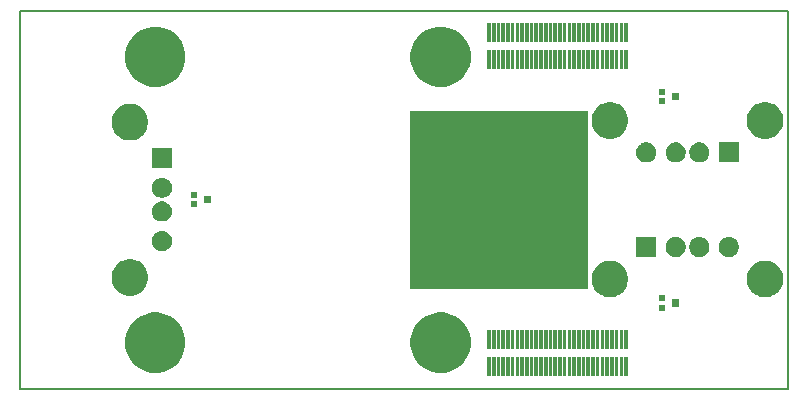
<source format=gbs>
G04 #@! TF.GenerationSoftware,KiCad,Pcbnew,(5.1.5-0-10_14)*
G04 #@! TF.CreationDate,2020-04-12T13:45:19-07:00*
G04 #@! TF.ProjectId,kimchi_usb_ulid,6b696d63-6869-45f7-9573-625f756c6964,v0.1*
G04 #@! TF.SameCoordinates,Original*
G04 #@! TF.FileFunction,Soldermask,Bot*
G04 #@! TF.FilePolarity,Negative*
%FSLAX46Y46*%
G04 Gerber Fmt 4.6, Leading zero omitted, Abs format (unit mm)*
G04 Created by KiCad (PCBNEW (5.1.5-0-10_14)) date 2020-04-12 13:45:19*
%MOMM*%
%LPD*%
G04 APERTURE LIST*
%ADD10C,0.100000*%
%ADD11C,0.150000*%
G04 APERTURE END LIST*
D10*
G36*
X155000000Y-117500000D02*
G01*
X140000000Y-117500000D01*
X140000000Y-102500000D01*
X155000000Y-102500000D01*
X155000000Y-117500000D01*
G37*
X155000000Y-117500000D02*
X140000000Y-117500000D01*
X140000000Y-102500000D01*
X155000000Y-102500000D01*
X155000000Y-117500000D01*
D11*
X107000000Y-126000000D02*
X107000000Y-94000000D01*
X172000000Y-126000000D02*
X107000000Y-126000000D01*
X172000000Y-94000000D02*
X172000000Y-126000000D01*
X107000000Y-94000000D02*
X172000000Y-94000000D01*
D10*
G36*
X158450800Y-124960800D02*
G01*
X158149200Y-124960800D01*
X158149200Y-123359200D01*
X158450800Y-123359200D01*
X158450800Y-124960800D01*
G37*
G36*
X158050800Y-124960800D02*
G01*
X157749200Y-124960800D01*
X157749200Y-123359200D01*
X158050800Y-123359200D01*
X158050800Y-124960800D01*
G37*
G36*
X157650800Y-124960800D02*
G01*
X157349200Y-124960800D01*
X157349200Y-123359200D01*
X157650800Y-123359200D01*
X157650800Y-124960800D01*
G37*
G36*
X157250800Y-124960800D02*
G01*
X156949200Y-124960800D01*
X156949200Y-123359200D01*
X157250800Y-123359200D01*
X157250800Y-124960800D01*
G37*
G36*
X156850800Y-124960800D02*
G01*
X156549200Y-124960800D01*
X156549200Y-123359200D01*
X156850800Y-123359200D01*
X156850800Y-124960800D01*
G37*
G36*
X156450800Y-124960800D02*
G01*
X156149200Y-124960800D01*
X156149200Y-123359200D01*
X156450800Y-123359200D01*
X156450800Y-124960800D01*
G37*
G36*
X156050800Y-124960800D02*
G01*
X155749200Y-124960800D01*
X155749200Y-123359200D01*
X156050800Y-123359200D01*
X156050800Y-124960800D01*
G37*
G36*
X155650800Y-124960800D02*
G01*
X155349200Y-124960800D01*
X155349200Y-123359200D01*
X155650800Y-123359200D01*
X155650800Y-124960800D01*
G37*
G36*
X155250800Y-124960800D02*
G01*
X154949200Y-124960800D01*
X154949200Y-123359200D01*
X155250800Y-123359200D01*
X155250800Y-124960800D01*
G37*
G36*
X154850800Y-124960800D02*
G01*
X154549200Y-124960800D01*
X154549200Y-123359200D01*
X154850800Y-123359200D01*
X154850800Y-124960800D01*
G37*
G36*
X154450800Y-124960800D02*
G01*
X154149200Y-124960800D01*
X154149200Y-123359200D01*
X154450800Y-123359200D01*
X154450800Y-124960800D01*
G37*
G36*
X154050800Y-124960800D02*
G01*
X153749200Y-124960800D01*
X153749200Y-123359200D01*
X154050800Y-123359200D01*
X154050800Y-124960800D01*
G37*
G36*
X153650800Y-124960800D02*
G01*
X153349200Y-124960800D01*
X153349200Y-123359200D01*
X153650800Y-123359200D01*
X153650800Y-124960800D01*
G37*
G36*
X153250800Y-124960800D02*
G01*
X152949200Y-124960800D01*
X152949200Y-123359200D01*
X153250800Y-123359200D01*
X153250800Y-124960800D01*
G37*
G36*
X152850800Y-124960800D02*
G01*
X152549200Y-124960800D01*
X152549200Y-123359200D01*
X152850800Y-123359200D01*
X152850800Y-124960800D01*
G37*
G36*
X152450800Y-124960800D02*
G01*
X152149200Y-124960800D01*
X152149200Y-123359200D01*
X152450800Y-123359200D01*
X152450800Y-124960800D01*
G37*
G36*
X152050800Y-124960800D02*
G01*
X151749200Y-124960800D01*
X151749200Y-123359200D01*
X152050800Y-123359200D01*
X152050800Y-124960800D01*
G37*
G36*
X151650800Y-124960800D02*
G01*
X151349200Y-124960800D01*
X151349200Y-123359200D01*
X151650800Y-123359200D01*
X151650800Y-124960800D01*
G37*
G36*
X151250800Y-124960800D02*
G01*
X150949200Y-124960800D01*
X150949200Y-123359200D01*
X151250800Y-123359200D01*
X151250800Y-124960800D01*
G37*
G36*
X150850800Y-124960800D02*
G01*
X150549200Y-124960800D01*
X150549200Y-123359200D01*
X150850800Y-123359200D01*
X150850800Y-124960800D01*
G37*
G36*
X150450800Y-124960800D02*
G01*
X150149200Y-124960800D01*
X150149200Y-123359200D01*
X150450800Y-123359200D01*
X150450800Y-124960800D01*
G37*
G36*
X150050800Y-124960800D02*
G01*
X149749200Y-124960800D01*
X149749200Y-123359200D01*
X150050800Y-123359200D01*
X150050800Y-124960800D01*
G37*
G36*
X149650800Y-124960800D02*
G01*
X149349200Y-124960800D01*
X149349200Y-123359200D01*
X149650800Y-123359200D01*
X149650800Y-124960800D01*
G37*
G36*
X149250800Y-124960800D02*
G01*
X148949200Y-124960800D01*
X148949200Y-123359200D01*
X149250800Y-123359200D01*
X149250800Y-124960800D01*
G37*
G36*
X148850800Y-124960800D02*
G01*
X148549200Y-124960800D01*
X148549200Y-123359200D01*
X148850800Y-123359200D01*
X148850800Y-124960800D01*
G37*
G36*
X148450800Y-124960800D02*
G01*
X148149200Y-124960800D01*
X148149200Y-123359200D01*
X148450800Y-123359200D01*
X148450800Y-124960800D01*
G37*
G36*
X148050800Y-124960800D02*
G01*
X147749200Y-124960800D01*
X147749200Y-123359200D01*
X148050800Y-123359200D01*
X148050800Y-124960800D01*
G37*
G36*
X147650800Y-124960800D02*
G01*
X147349200Y-124960800D01*
X147349200Y-123359200D01*
X147650800Y-123359200D01*
X147650800Y-124960800D01*
G37*
G36*
X147250800Y-124960800D02*
G01*
X146949200Y-124960800D01*
X146949200Y-123359200D01*
X147250800Y-123359200D01*
X147250800Y-124960800D01*
G37*
G36*
X146850800Y-124960800D02*
G01*
X146549200Y-124960800D01*
X146549200Y-123359200D01*
X146850800Y-123359200D01*
X146850800Y-124960800D01*
G37*
G36*
X119194041Y-119647226D02*
G01*
X119658258Y-119839510D01*
X120076041Y-120118665D01*
X120431335Y-120473959D01*
X120710490Y-120891742D01*
X120902774Y-121355959D01*
X121000800Y-121848769D01*
X121000800Y-122351231D01*
X120902774Y-122844041D01*
X120710490Y-123308258D01*
X120431335Y-123726041D01*
X120076041Y-124081335D01*
X119658258Y-124360490D01*
X119194041Y-124552774D01*
X118701232Y-124650800D01*
X118198768Y-124650800D01*
X117705959Y-124552774D01*
X117241742Y-124360490D01*
X116823959Y-124081335D01*
X116468665Y-123726041D01*
X116189510Y-123308258D01*
X115997226Y-122844041D01*
X115899200Y-122351231D01*
X115899200Y-121848769D01*
X115997226Y-121355959D01*
X116189510Y-120891742D01*
X116468665Y-120473959D01*
X116823959Y-120118665D01*
X117241742Y-119839510D01*
X117705959Y-119647226D01*
X118198768Y-119549200D01*
X118701232Y-119549200D01*
X119194041Y-119647226D01*
G37*
G36*
X143344041Y-119647226D02*
G01*
X143808258Y-119839510D01*
X144226041Y-120118665D01*
X144581335Y-120473959D01*
X144860490Y-120891742D01*
X145052774Y-121355959D01*
X145150800Y-121848769D01*
X145150800Y-122351231D01*
X145052774Y-122844041D01*
X144860490Y-123308258D01*
X144581335Y-123726041D01*
X144226041Y-124081335D01*
X143808258Y-124360490D01*
X143344041Y-124552774D01*
X142851232Y-124650800D01*
X142348768Y-124650800D01*
X141855959Y-124552774D01*
X141391742Y-124360490D01*
X140973959Y-124081335D01*
X140618665Y-123726041D01*
X140339510Y-123308258D01*
X140147226Y-122844041D01*
X140049200Y-122351231D01*
X140049200Y-121848769D01*
X140147226Y-121355959D01*
X140339510Y-120891742D01*
X140618665Y-120473959D01*
X140973959Y-120118665D01*
X141391742Y-119839510D01*
X141855959Y-119647226D01*
X142348768Y-119549200D01*
X142851232Y-119549200D01*
X143344041Y-119647226D01*
G37*
G36*
X158050800Y-122640800D02*
G01*
X157749200Y-122640800D01*
X157749200Y-121039200D01*
X158050800Y-121039200D01*
X158050800Y-122640800D01*
G37*
G36*
X157650800Y-122640800D02*
G01*
X157349200Y-122640800D01*
X157349200Y-121039200D01*
X157650800Y-121039200D01*
X157650800Y-122640800D01*
G37*
G36*
X157250800Y-122640800D02*
G01*
X156949200Y-122640800D01*
X156949200Y-121039200D01*
X157250800Y-121039200D01*
X157250800Y-122640800D01*
G37*
G36*
X156850800Y-122640800D02*
G01*
X156549200Y-122640800D01*
X156549200Y-121039200D01*
X156850800Y-121039200D01*
X156850800Y-122640800D01*
G37*
G36*
X158450800Y-122640800D02*
G01*
X158149200Y-122640800D01*
X158149200Y-121039200D01*
X158450800Y-121039200D01*
X158450800Y-122640800D01*
G37*
G36*
X156450800Y-122640800D02*
G01*
X156149200Y-122640800D01*
X156149200Y-121039200D01*
X156450800Y-121039200D01*
X156450800Y-122640800D01*
G37*
G36*
X156050800Y-122640800D02*
G01*
X155749200Y-122640800D01*
X155749200Y-121039200D01*
X156050800Y-121039200D01*
X156050800Y-122640800D01*
G37*
G36*
X146850800Y-122640800D02*
G01*
X146549200Y-122640800D01*
X146549200Y-121039200D01*
X146850800Y-121039200D01*
X146850800Y-122640800D01*
G37*
G36*
X155650800Y-122640800D02*
G01*
X155349200Y-122640800D01*
X155349200Y-121039200D01*
X155650800Y-121039200D01*
X155650800Y-122640800D01*
G37*
G36*
X147250800Y-122640800D02*
G01*
X146949200Y-122640800D01*
X146949200Y-121039200D01*
X147250800Y-121039200D01*
X147250800Y-122640800D01*
G37*
G36*
X155250800Y-122640800D02*
G01*
X154949200Y-122640800D01*
X154949200Y-121039200D01*
X155250800Y-121039200D01*
X155250800Y-122640800D01*
G37*
G36*
X147650800Y-122640800D02*
G01*
X147349200Y-122640800D01*
X147349200Y-121039200D01*
X147650800Y-121039200D01*
X147650800Y-122640800D01*
G37*
G36*
X154850800Y-122640800D02*
G01*
X154549200Y-122640800D01*
X154549200Y-121039200D01*
X154850800Y-121039200D01*
X154850800Y-122640800D01*
G37*
G36*
X148050800Y-122640800D02*
G01*
X147749200Y-122640800D01*
X147749200Y-121039200D01*
X148050800Y-121039200D01*
X148050800Y-122640800D01*
G37*
G36*
X154450800Y-122640800D02*
G01*
X154149200Y-122640800D01*
X154149200Y-121039200D01*
X154450800Y-121039200D01*
X154450800Y-122640800D01*
G37*
G36*
X148450800Y-122640800D02*
G01*
X148149200Y-122640800D01*
X148149200Y-121039200D01*
X148450800Y-121039200D01*
X148450800Y-122640800D01*
G37*
G36*
X154050800Y-122640800D02*
G01*
X153749200Y-122640800D01*
X153749200Y-121039200D01*
X154050800Y-121039200D01*
X154050800Y-122640800D01*
G37*
G36*
X148850800Y-122640800D02*
G01*
X148549200Y-122640800D01*
X148549200Y-121039200D01*
X148850800Y-121039200D01*
X148850800Y-122640800D01*
G37*
G36*
X153650800Y-122640800D02*
G01*
X153349200Y-122640800D01*
X153349200Y-121039200D01*
X153650800Y-121039200D01*
X153650800Y-122640800D01*
G37*
G36*
X149250800Y-122640800D02*
G01*
X148949200Y-122640800D01*
X148949200Y-121039200D01*
X149250800Y-121039200D01*
X149250800Y-122640800D01*
G37*
G36*
X153250800Y-122640800D02*
G01*
X152949200Y-122640800D01*
X152949200Y-121039200D01*
X153250800Y-121039200D01*
X153250800Y-122640800D01*
G37*
G36*
X149650800Y-122640800D02*
G01*
X149349200Y-122640800D01*
X149349200Y-121039200D01*
X149650800Y-121039200D01*
X149650800Y-122640800D01*
G37*
G36*
X152850800Y-122640800D02*
G01*
X152549200Y-122640800D01*
X152549200Y-121039200D01*
X152850800Y-121039200D01*
X152850800Y-122640800D01*
G37*
G36*
X150050800Y-122640800D02*
G01*
X149749200Y-122640800D01*
X149749200Y-121039200D01*
X150050800Y-121039200D01*
X150050800Y-122640800D01*
G37*
G36*
X152450800Y-122640800D02*
G01*
X152149200Y-122640800D01*
X152149200Y-121039200D01*
X152450800Y-121039200D01*
X152450800Y-122640800D01*
G37*
G36*
X150450800Y-122640800D02*
G01*
X150149200Y-122640800D01*
X150149200Y-121039200D01*
X150450800Y-121039200D01*
X150450800Y-122640800D01*
G37*
G36*
X152050800Y-122640800D02*
G01*
X151749200Y-122640800D01*
X151749200Y-121039200D01*
X152050800Y-121039200D01*
X152050800Y-122640800D01*
G37*
G36*
X150850800Y-122640800D02*
G01*
X150549200Y-122640800D01*
X150549200Y-121039200D01*
X150850800Y-121039200D01*
X150850800Y-122640800D01*
G37*
G36*
X151650800Y-122640800D02*
G01*
X151349200Y-122640800D01*
X151349200Y-121039200D01*
X151650800Y-121039200D01*
X151650800Y-122640800D01*
G37*
G36*
X151250800Y-122640800D02*
G01*
X150949200Y-122640800D01*
X150949200Y-121039200D01*
X151250800Y-121039200D01*
X151250800Y-122640800D01*
G37*
G36*
X161600800Y-119400800D02*
G01*
X161049200Y-119400800D01*
X161049200Y-118899200D01*
X161600800Y-118899200D01*
X161600800Y-119400800D01*
G37*
G36*
X162750800Y-119050800D02*
G01*
X162199200Y-119050800D01*
X162199200Y-118449200D01*
X162750800Y-118449200D01*
X162750800Y-119050800D01*
G37*
G36*
X161600800Y-118600800D02*
G01*
X161049200Y-118600800D01*
X161049200Y-118099200D01*
X161600800Y-118099200D01*
X161600800Y-118600800D01*
G37*
G36*
X170522352Y-115218796D02*
G01*
X170721917Y-115301459D01*
X170804580Y-115335699D01*
X170849054Y-115365416D01*
X171058578Y-115505415D01*
X171274585Y-115721422D01*
X171350756Y-115835421D01*
X171444301Y-115975420D01*
X171444301Y-115975421D01*
X171561204Y-116257648D01*
X171620800Y-116557259D01*
X171620800Y-116862741D01*
X171561204Y-117162352D01*
X171502291Y-117304579D01*
X171444301Y-117444580D01*
X171376322Y-117546317D01*
X171274585Y-117698578D01*
X171058578Y-117914585D01*
X170906317Y-118016322D01*
X170804580Y-118084301D01*
X170768610Y-118099200D01*
X170522352Y-118201204D01*
X170222741Y-118260800D01*
X169917259Y-118260800D01*
X169617648Y-118201204D01*
X169371390Y-118099200D01*
X169335420Y-118084301D01*
X169233683Y-118016322D01*
X169081422Y-117914585D01*
X168865415Y-117698578D01*
X168763678Y-117546317D01*
X168695699Y-117444580D01*
X168637709Y-117304579D01*
X168578796Y-117162352D01*
X168519200Y-116862741D01*
X168519200Y-116557259D01*
X168578796Y-116257648D01*
X168695699Y-115975421D01*
X168695699Y-115975420D01*
X168789244Y-115835421D01*
X168865415Y-115721422D01*
X169081422Y-115505415D01*
X169290946Y-115365416D01*
X169335420Y-115335699D01*
X169418083Y-115301459D01*
X169617648Y-115218796D01*
X169917259Y-115159200D01*
X170222741Y-115159200D01*
X170522352Y-115218796D01*
G37*
G36*
X157382352Y-115218796D02*
G01*
X157581917Y-115301459D01*
X157664580Y-115335699D01*
X157709054Y-115365416D01*
X157918578Y-115505415D01*
X158134585Y-115721422D01*
X158210756Y-115835421D01*
X158304301Y-115975420D01*
X158304301Y-115975421D01*
X158421204Y-116257648D01*
X158480800Y-116557259D01*
X158480800Y-116862741D01*
X158421204Y-117162352D01*
X158362291Y-117304579D01*
X158304301Y-117444580D01*
X158236322Y-117546317D01*
X158134585Y-117698578D01*
X157918578Y-117914585D01*
X157766317Y-118016322D01*
X157664580Y-118084301D01*
X157628610Y-118099200D01*
X157382352Y-118201204D01*
X157082741Y-118260800D01*
X156777259Y-118260800D01*
X156477648Y-118201204D01*
X156231390Y-118099200D01*
X156195420Y-118084301D01*
X156093683Y-118016322D01*
X155941422Y-117914585D01*
X155725415Y-117698578D01*
X155623678Y-117546317D01*
X155555699Y-117444580D01*
X155497709Y-117304579D01*
X155438796Y-117162352D01*
X155379200Y-116862741D01*
X155379200Y-116557259D01*
X155438796Y-116257648D01*
X155555699Y-115975421D01*
X155555699Y-115975420D01*
X155649244Y-115835421D01*
X155725415Y-115721422D01*
X155941422Y-115505415D01*
X156150946Y-115365416D01*
X156195420Y-115335699D01*
X156278083Y-115301459D01*
X156477648Y-115218796D01*
X156777259Y-115159200D01*
X157082741Y-115159200D01*
X157382352Y-115218796D01*
G37*
G36*
X116742352Y-115078796D02*
G01*
X116936463Y-115159200D01*
X117024580Y-115195699D01*
X117059148Y-115218797D01*
X117278578Y-115365415D01*
X117494585Y-115581422D01*
X117588130Y-115721422D01*
X117664301Y-115835420D01*
X117664301Y-115835421D01*
X117781204Y-116117648D01*
X117840800Y-116417259D01*
X117840800Y-116722741D01*
X117781204Y-117022352D01*
X117698541Y-117221917D01*
X117664301Y-117304580D01*
X117596322Y-117406317D01*
X117494585Y-117558578D01*
X117278578Y-117774585D01*
X117126317Y-117876322D01*
X117024580Y-117944301D01*
X116941917Y-117978541D01*
X116742352Y-118061204D01*
X116442741Y-118120800D01*
X116137259Y-118120800D01*
X115837648Y-118061204D01*
X115638083Y-117978541D01*
X115555420Y-117944301D01*
X115453683Y-117876322D01*
X115301422Y-117774585D01*
X115085415Y-117558578D01*
X114983678Y-117406317D01*
X114915699Y-117304580D01*
X114881459Y-117221917D01*
X114798796Y-117022352D01*
X114739200Y-116722741D01*
X114739200Y-116417259D01*
X114798796Y-116117648D01*
X114915699Y-115835421D01*
X114915699Y-115835420D01*
X114991870Y-115721422D01*
X115085415Y-115581422D01*
X115301422Y-115365415D01*
X115520852Y-115218797D01*
X115555420Y-115195699D01*
X115643537Y-115159200D01*
X115837648Y-115078796D01*
X116137259Y-115019200D01*
X116442741Y-115019200D01*
X116742352Y-115078796D01*
G37*
G36*
X167248169Y-113181895D02*
G01*
X167357655Y-113227246D01*
X167403006Y-113246031D01*
X167458821Y-113283325D01*
X167542354Y-113339140D01*
X167660860Y-113457646D01*
X167716675Y-113541179D01*
X167753969Y-113596994D01*
X167753969Y-113596995D01*
X167818105Y-113751831D01*
X167850800Y-113916203D01*
X167850800Y-114083797D01*
X167818105Y-114248169D01*
X167789136Y-114318105D01*
X167753969Y-114403006D01*
X167716675Y-114458821D01*
X167660860Y-114542354D01*
X167542354Y-114660860D01*
X167458821Y-114716675D01*
X167403006Y-114753969D01*
X167357655Y-114772754D01*
X167248169Y-114818105D01*
X167083797Y-114850800D01*
X166916203Y-114850800D01*
X166751831Y-114818105D01*
X166642345Y-114772754D01*
X166596994Y-114753969D01*
X166541179Y-114716675D01*
X166457646Y-114660860D01*
X166339140Y-114542354D01*
X166283325Y-114458821D01*
X166246031Y-114403006D01*
X166210864Y-114318105D01*
X166181895Y-114248169D01*
X166149200Y-114083797D01*
X166149200Y-113916203D01*
X166181895Y-113751831D01*
X166246031Y-113596995D01*
X166246031Y-113596994D01*
X166283325Y-113541179D01*
X166339140Y-113457646D01*
X166457646Y-113339140D01*
X166541179Y-113283325D01*
X166596994Y-113246031D01*
X166642345Y-113227246D01*
X166751831Y-113181895D01*
X166916203Y-113149200D01*
X167083797Y-113149200D01*
X167248169Y-113181895D01*
G37*
G36*
X164748169Y-113181895D02*
G01*
X164857655Y-113227246D01*
X164903006Y-113246031D01*
X164958821Y-113283325D01*
X165042354Y-113339140D01*
X165160860Y-113457646D01*
X165216675Y-113541179D01*
X165253969Y-113596994D01*
X165253969Y-113596995D01*
X165318105Y-113751831D01*
X165350800Y-113916203D01*
X165350800Y-114083797D01*
X165318105Y-114248169D01*
X165289136Y-114318105D01*
X165253969Y-114403006D01*
X165216675Y-114458821D01*
X165160860Y-114542354D01*
X165042354Y-114660860D01*
X164958821Y-114716675D01*
X164903006Y-114753969D01*
X164857655Y-114772754D01*
X164748169Y-114818105D01*
X164583797Y-114850800D01*
X164416203Y-114850800D01*
X164251831Y-114818105D01*
X164142345Y-114772754D01*
X164096994Y-114753969D01*
X164041179Y-114716675D01*
X163957646Y-114660860D01*
X163839140Y-114542354D01*
X163783325Y-114458821D01*
X163746031Y-114403006D01*
X163710864Y-114318105D01*
X163681895Y-114248169D01*
X163649200Y-114083797D01*
X163649200Y-113916203D01*
X163681895Y-113751831D01*
X163746031Y-113596995D01*
X163746031Y-113596994D01*
X163783325Y-113541179D01*
X163839140Y-113457646D01*
X163957646Y-113339140D01*
X164041179Y-113283325D01*
X164096994Y-113246031D01*
X164142345Y-113227246D01*
X164251831Y-113181895D01*
X164416203Y-113149200D01*
X164583797Y-113149200D01*
X164748169Y-113181895D01*
G37*
G36*
X162748169Y-113181895D02*
G01*
X162857655Y-113227246D01*
X162903006Y-113246031D01*
X162958821Y-113283325D01*
X163042354Y-113339140D01*
X163160860Y-113457646D01*
X163216675Y-113541179D01*
X163253969Y-113596994D01*
X163253969Y-113596995D01*
X163318105Y-113751831D01*
X163350800Y-113916203D01*
X163350800Y-114083797D01*
X163318105Y-114248169D01*
X163289136Y-114318105D01*
X163253969Y-114403006D01*
X163216675Y-114458821D01*
X163160860Y-114542354D01*
X163042354Y-114660860D01*
X162958821Y-114716675D01*
X162903006Y-114753969D01*
X162857655Y-114772754D01*
X162748169Y-114818105D01*
X162583797Y-114850800D01*
X162416203Y-114850800D01*
X162251831Y-114818105D01*
X162142345Y-114772754D01*
X162096994Y-114753969D01*
X162041179Y-114716675D01*
X161957646Y-114660860D01*
X161839140Y-114542354D01*
X161783325Y-114458821D01*
X161746031Y-114403006D01*
X161710864Y-114318105D01*
X161681895Y-114248169D01*
X161649200Y-114083797D01*
X161649200Y-113916203D01*
X161681895Y-113751831D01*
X161746031Y-113596995D01*
X161746031Y-113596994D01*
X161783325Y-113541179D01*
X161839140Y-113457646D01*
X161957646Y-113339140D01*
X162041179Y-113283325D01*
X162096994Y-113246031D01*
X162142345Y-113227246D01*
X162251831Y-113181895D01*
X162416203Y-113149200D01*
X162583797Y-113149200D01*
X162748169Y-113181895D01*
G37*
G36*
X160850800Y-114850800D02*
G01*
X159149200Y-114850800D01*
X159149200Y-113149200D01*
X160850800Y-113149200D01*
X160850800Y-114850800D01*
G37*
G36*
X119248169Y-112681895D02*
G01*
X119357655Y-112727246D01*
X119403006Y-112746031D01*
X119458821Y-112783325D01*
X119542354Y-112839140D01*
X119660860Y-112957646D01*
X119716675Y-113041179D01*
X119753969Y-113096994D01*
X119753969Y-113096995D01*
X119818105Y-113251831D01*
X119850800Y-113416203D01*
X119850800Y-113583797D01*
X119818105Y-113748169D01*
X119772754Y-113857655D01*
X119753969Y-113903006D01*
X119745150Y-113916204D01*
X119660860Y-114042354D01*
X119542354Y-114160860D01*
X119458821Y-114216675D01*
X119403006Y-114253969D01*
X119357655Y-114272754D01*
X119248169Y-114318105D01*
X119083797Y-114350800D01*
X118916203Y-114350800D01*
X118751831Y-114318105D01*
X118642345Y-114272754D01*
X118596994Y-114253969D01*
X118541179Y-114216675D01*
X118457646Y-114160860D01*
X118339140Y-114042354D01*
X118254850Y-113916204D01*
X118246031Y-113903006D01*
X118227246Y-113857655D01*
X118181895Y-113748169D01*
X118149200Y-113583797D01*
X118149200Y-113416203D01*
X118181895Y-113251831D01*
X118246031Y-113096995D01*
X118246031Y-113096994D01*
X118283325Y-113041179D01*
X118339140Y-112957646D01*
X118457646Y-112839140D01*
X118541179Y-112783325D01*
X118596994Y-112746031D01*
X118642345Y-112727246D01*
X118751831Y-112681895D01*
X118916203Y-112649200D01*
X119083797Y-112649200D01*
X119248169Y-112681895D01*
G37*
G36*
X119248169Y-110181895D02*
G01*
X119357655Y-110227246D01*
X119403006Y-110246031D01*
X119458821Y-110283325D01*
X119542354Y-110339140D01*
X119660860Y-110457646D01*
X119716675Y-110541179D01*
X119753969Y-110596994D01*
X119753969Y-110596995D01*
X119818105Y-110751831D01*
X119850800Y-110916203D01*
X119850800Y-111083797D01*
X119818105Y-111248169D01*
X119772754Y-111357655D01*
X119753969Y-111403006D01*
X119716675Y-111458821D01*
X119660860Y-111542354D01*
X119542354Y-111660860D01*
X119458821Y-111716675D01*
X119403006Y-111753969D01*
X119357655Y-111772754D01*
X119248169Y-111818105D01*
X119083797Y-111850800D01*
X118916203Y-111850800D01*
X118751831Y-111818105D01*
X118642345Y-111772754D01*
X118596994Y-111753969D01*
X118541179Y-111716675D01*
X118457646Y-111660860D01*
X118339140Y-111542354D01*
X118283325Y-111458821D01*
X118246031Y-111403006D01*
X118227246Y-111357655D01*
X118181895Y-111248169D01*
X118149200Y-111083797D01*
X118149200Y-110916203D01*
X118181895Y-110751831D01*
X118246031Y-110596995D01*
X118246031Y-110596994D01*
X118283325Y-110541179D01*
X118339140Y-110457646D01*
X118457646Y-110339140D01*
X118541179Y-110283325D01*
X118596994Y-110246031D01*
X118642345Y-110227246D01*
X118751831Y-110181895D01*
X118916203Y-110149200D01*
X119083797Y-110149200D01*
X119248169Y-110181895D01*
G37*
G36*
X122000800Y-110650800D02*
G01*
X121449200Y-110650800D01*
X121449200Y-110149200D01*
X122000800Y-110149200D01*
X122000800Y-110650800D01*
G37*
G36*
X123150800Y-110300800D02*
G01*
X122599200Y-110300800D01*
X122599200Y-109699200D01*
X123150800Y-109699200D01*
X123150800Y-110300800D01*
G37*
G36*
X122000800Y-109850800D02*
G01*
X121449200Y-109850800D01*
X121449200Y-109349200D01*
X122000800Y-109349200D01*
X122000800Y-109850800D01*
G37*
G36*
X119248169Y-108181895D02*
G01*
X119357655Y-108227246D01*
X119403006Y-108246031D01*
X119458821Y-108283325D01*
X119542354Y-108339140D01*
X119660860Y-108457646D01*
X119716675Y-108541179D01*
X119753969Y-108596994D01*
X119753969Y-108596995D01*
X119818105Y-108751831D01*
X119850800Y-108916203D01*
X119850800Y-109083797D01*
X119818105Y-109248169D01*
X119776256Y-109349200D01*
X119753969Y-109403006D01*
X119716675Y-109458821D01*
X119660860Y-109542354D01*
X119542354Y-109660860D01*
X119458821Y-109716675D01*
X119403006Y-109753969D01*
X119357655Y-109772754D01*
X119248169Y-109818105D01*
X119083797Y-109850800D01*
X118916203Y-109850800D01*
X118751831Y-109818105D01*
X118642345Y-109772754D01*
X118596994Y-109753969D01*
X118541179Y-109716675D01*
X118457646Y-109660860D01*
X118339140Y-109542354D01*
X118283325Y-109458821D01*
X118246031Y-109403006D01*
X118223744Y-109349200D01*
X118181895Y-109248169D01*
X118149200Y-109083797D01*
X118149200Y-108916203D01*
X118181895Y-108751831D01*
X118246031Y-108596995D01*
X118246031Y-108596994D01*
X118283325Y-108541179D01*
X118339140Y-108457646D01*
X118457646Y-108339140D01*
X118541179Y-108283325D01*
X118596994Y-108246031D01*
X118642345Y-108227246D01*
X118751831Y-108181895D01*
X118916203Y-108149200D01*
X119083797Y-108149200D01*
X119248169Y-108181895D01*
G37*
G36*
X119850800Y-107350800D02*
G01*
X118149200Y-107350800D01*
X118149200Y-105649200D01*
X119850800Y-105649200D01*
X119850800Y-107350800D01*
G37*
G36*
X167850800Y-106850800D02*
G01*
X166149200Y-106850800D01*
X166149200Y-105149200D01*
X167850800Y-105149200D01*
X167850800Y-106850800D01*
G37*
G36*
X164748169Y-105181895D02*
G01*
X164857655Y-105227246D01*
X164903006Y-105246031D01*
X164958821Y-105283325D01*
X165042354Y-105339140D01*
X165160860Y-105457646D01*
X165216675Y-105541179D01*
X165253969Y-105596994D01*
X165253969Y-105596995D01*
X165318105Y-105751831D01*
X165350800Y-105916203D01*
X165350800Y-106083797D01*
X165318105Y-106248169D01*
X165272754Y-106357655D01*
X165253969Y-106403006D01*
X165216675Y-106458821D01*
X165160860Y-106542354D01*
X165042354Y-106660860D01*
X164958821Y-106716675D01*
X164903006Y-106753969D01*
X164857655Y-106772754D01*
X164748169Y-106818105D01*
X164583797Y-106850800D01*
X164416203Y-106850800D01*
X164251831Y-106818105D01*
X164142345Y-106772754D01*
X164096994Y-106753969D01*
X164041179Y-106716675D01*
X163957646Y-106660860D01*
X163839140Y-106542354D01*
X163783325Y-106458821D01*
X163746031Y-106403006D01*
X163727246Y-106357655D01*
X163681895Y-106248169D01*
X163649200Y-106083797D01*
X163649200Y-105916203D01*
X163681895Y-105751831D01*
X163746031Y-105596995D01*
X163746031Y-105596994D01*
X163783325Y-105541179D01*
X163839140Y-105457646D01*
X163957646Y-105339140D01*
X164041179Y-105283325D01*
X164096994Y-105246031D01*
X164142345Y-105227246D01*
X164251831Y-105181895D01*
X164416203Y-105149200D01*
X164583797Y-105149200D01*
X164748169Y-105181895D01*
G37*
G36*
X162748169Y-105181895D02*
G01*
X162857655Y-105227246D01*
X162903006Y-105246031D01*
X162958821Y-105283325D01*
X163042354Y-105339140D01*
X163160860Y-105457646D01*
X163216675Y-105541179D01*
X163253969Y-105596994D01*
X163253969Y-105596995D01*
X163318105Y-105751831D01*
X163350800Y-105916203D01*
X163350800Y-106083797D01*
X163318105Y-106248169D01*
X163272754Y-106357655D01*
X163253969Y-106403006D01*
X163216675Y-106458821D01*
X163160860Y-106542354D01*
X163042354Y-106660860D01*
X162958821Y-106716675D01*
X162903006Y-106753969D01*
X162857655Y-106772754D01*
X162748169Y-106818105D01*
X162583797Y-106850800D01*
X162416203Y-106850800D01*
X162251831Y-106818105D01*
X162142345Y-106772754D01*
X162096994Y-106753969D01*
X162041179Y-106716675D01*
X161957646Y-106660860D01*
X161839140Y-106542354D01*
X161783325Y-106458821D01*
X161746031Y-106403006D01*
X161727246Y-106357655D01*
X161681895Y-106248169D01*
X161649200Y-106083797D01*
X161649200Y-105916203D01*
X161681895Y-105751831D01*
X161746031Y-105596995D01*
X161746031Y-105596994D01*
X161783325Y-105541179D01*
X161839140Y-105457646D01*
X161957646Y-105339140D01*
X162041179Y-105283325D01*
X162096994Y-105246031D01*
X162142345Y-105227246D01*
X162251831Y-105181895D01*
X162416203Y-105149200D01*
X162583797Y-105149200D01*
X162748169Y-105181895D01*
G37*
G36*
X160248169Y-105181895D02*
G01*
X160357655Y-105227246D01*
X160403006Y-105246031D01*
X160458821Y-105283325D01*
X160542354Y-105339140D01*
X160660860Y-105457646D01*
X160716675Y-105541179D01*
X160753969Y-105596994D01*
X160753969Y-105596995D01*
X160818105Y-105751831D01*
X160850800Y-105916203D01*
X160850800Y-106083797D01*
X160818105Y-106248169D01*
X160772754Y-106357655D01*
X160753969Y-106403006D01*
X160716675Y-106458821D01*
X160660860Y-106542354D01*
X160542354Y-106660860D01*
X160458821Y-106716675D01*
X160403006Y-106753969D01*
X160357655Y-106772754D01*
X160248169Y-106818105D01*
X160083797Y-106850800D01*
X159916203Y-106850800D01*
X159751831Y-106818105D01*
X159642345Y-106772754D01*
X159596994Y-106753969D01*
X159541179Y-106716675D01*
X159457646Y-106660860D01*
X159339140Y-106542354D01*
X159283325Y-106458821D01*
X159246031Y-106403006D01*
X159227246Y-106357655D01*
X159181895Y-106248169D01*
X159149200Y-106083797D01*
X159149200Y-105916203D01*
X159181895Y-105751831D01*
X159246031Y-105596995D01*
X159246031Y-105596994D01*
X159283325Y-105541179D01*
X159339140Y-105457646D01*
X159457646Y-105339140D01*
X159541179Y-105283325D01*
X159596994Y-105246031D01*
X159642345Y-105227246D01*
X159751831Y-105181895D01*
X159916203Y-105149200D01*
X160083797Y-105149200D01*
X160248169Y-105181895D01*
G37*
G36*
X116742352Y-101938796D02*
G01*
X116941917Y-102021459D01*
X117024580Y-102055699D01*
X117069054Y-102085416D01*
X117278578Y-102225415D01*
X117494585Y-102441422D01*
X117570756Y-102555421D01*
X117664301Y-102695420D01*
X117664301Y-102695421D01*
X117781204Y-102977648D01*
X117840800Y-103277259D01*
X117840800Y-103582741D01*
X117781204Y-103882352D01*
X117722291Y-104024579D01*
X117664301Y-104164580D01*
X117596322Y-104266317D01*
X117494585Y-104418578D01*
X117278578Y-104634585D01*
X117126317Y-104736322D01*
X117024580Y-104804301D01*
X116941917Y-104838541D01*
X116742352Y-104921204D01*
X116442741Y-104980800D01*
X116137259Y-104980800D01*
X115837648Y-104921204D01*
X115638083Y-104838541D01*
X115555420Y-104804301D01*
X115453683Y-104736322D01*
X115301422Y-104634585D01*
X115085415Y-104418578D01*
X114983678Y-104266317D01*
X114915699Y-104164580D01*
X114857709Y-104024579D01*
X114798796Y-103882352D01*
X114739200Y-103582741D01*
X114739200Y-103277259D01*
X114798796Y-102977648D01*
X114915699Y-102695421D01*
X114915699Y-102695420D01*
X115009244Y-102555421D01*
X115085415Y-102441422D01*
X115301422Y-102225415D01*
X115510946Y-102085416D01*
X115555420Y-102055699D01*
X115638083Y-102021459D01*
X115837648Y-101938796D01*
X116137259Y-101879200D01*
X116442741Y-101879200D01*
X116742352Y-101938796D01*
G37*
G36*
X157382352Y-101798796D02*
G01*
X157576463Y-101879200D01*
X157664580Y-101915699D01*
X157699148Y-101938797D01*
X157918578Y-102085415D01*
X158134585Y-102301422D01*
X158228130Y-102441422D01*
X158304301Y-102555420D01*
X158304301Y-102555421D01*
X158421204Y-102837648D01*
X158480800Y-103137259D01*
X158480800Y-103442741D01*
X158421204Y-103742352D01*
X158338541Y-103941917D01*
X158304301Y-104024580D01*
X158236322Y-104126317D01*
X158134585Y-104278578D01*
X157918578Y-104494585D01*
X157766317Y-104596322D01*
X157664580Y-104664301D01*
X157581917Y-104698541D01*
X157382352Y-104781204D01*
X157082741Y-104840800D01*
X156777259Y-104840800D01*
X156477648Y-104781204D01*
X156278083Y-104698541D01*
X156195420Y-104664301D01*
X156093683Y-104596322D01*
X155941422Y-104494585D01*
X155725415Y-104278578D01*
X155623678Y-104126317D01*
X155555699Y-104024580D01*
X155521459Y-103941917D01*
X155438796Y-103742352D01*
X155379200Y-103442741D01*
X155379200Y-103137259D01*
X155438796Y-102837648D01*
X155555699Y-102555421D01*
X155555699Y-102555420D01*
X155631870Y-102441422D01*
X155725415Y-102301422D01*
X155941422Y-102085415D01*
X156160852Y-101938797D01*
X156195420Y-101915699D01*
X156283537Y-101879200D01*
X156477648Y-101798796D01*
X156777259Y-101739200D01*
X157082741Y-101739200D01*
X157382352Y-101798796D01*
G37*
G36*
X170522352Y-101798796D02*
G01*
X170716463Y-101879200D01*
X170804580Y-101915699D01*
X170839148Y-101938797D01*
X171058578Y-102085415D01*
X171274585Y-102301422D01*
X171368130Y-102441422D01*
X171444301Y-102555420D01*
X171444301Y-102555421D01*
X171561204Y-102837648D01*
X171620800Y-103137259D01*
X171620800Y-103442741D01*
X171561204Y-103742352D01*
X171478541Y-103941917D01*
X171444301Y-104024580D01*
X171376322Y-104126317D01*
X171274585Y-104278578D01*
X171058578Y-104494585D01*
X170906317Y-104596322D01*
X170804580Y-104664301D01*
X170721917Y-104698541D01*
X170522352Y-104781204D01*
X170222741Y-104840800D01*
X169917259Y-104840800D01*
X169617648Y-104781204D01*
X169418083Y-104698541D01*
X169335420Y-104664301D01*
X169233683Y-104596322D01*
X169081422Y-104494585D01*
X168865415Y-104278578D01*
X168763678Y-104126317D01*
X168695699Y-104024580D01*
X168661459Y-103941917D01*
X168578796Y-103742352D01*
X168519200Y-103442741D01*
X168519200Y-103137259D01*
X168578796Y-102837648D01*
X168695699Y-102555421D01*
X168695699Y-102555420D01*
X168771870Y-102441422D01*
X168865415Y-102301422D01*
X169081422Y-102085415D01*
X169300852Y-101938797D01*
X169335420Y-101915699D01*
X169423537Y-101879200D01*
X169617648Y-101798796D01*
X169917259Y-101739200D01*
X170222741Y-101739200D01*
X170522352Y-101798796D01*
G37*
G36*
X161600800Y-101900800D02*
G01*
X161049200Y-101900800D01*
X161049200Y-101399200D01*
X161600800Y-101399200D01*
X161600800Y-101900800D01*
G37*
G36*
X162750800Y-101550800D02*
G01*
X162199200Y-101550800D01*
X162199200Y-100949200D01*
X162750800Y-100949200D01*
X162750800Y-101550800D01*
G37*
G36*
X161600800Y-101100800D02*
G01*
X161049200Y-101100800D01*
X161049200Y-100599200D01*
X161600800Y-100599200D01*
X161600800Y-101100800D01*
G37*
G36*
X119194041Y-95447226D02*
G01*
X119658258Y-95639510D01*
X120076041Y-95918665D01*
X120431335Y-96273959D01*
X120710490Y-96691742D01*
X120902774Y-97155959D01*
X121000800Y-97648769D01*
X121000800Y-98151231D01*
X120902774Y-98644041D01*
X120710490Y-99108258D01*
X120431335Y-99526041D01*
X120076041Y-99881335D01*
X119658258Y-100160490D01*
X119194041Y-100352774D01*
X118701232Y-100450800D01*
X118198768Y-100450800D01*
X117705959Y-100352774D01*
X117241742Y-100160490D01*
X116823959Y-99881335D01*
X116468665Y-99526041D01*
X116189510Y-99108258D01*
X115997226Y-98644041D01*
X115899200Y-98151231D01*
X115899200Y-97648769D01*
X115997226Y-97155959D01*
X116189510Y-96691742D01*
X116468665Y-96273959D01*
X116823959Y-95918665D01*
X117241742Y-95639510D01*
X117705959Y-95447226D01*
X118198768Y-95349200D01*
X118701232Y-95349200D01*
X119194041Y-95447226D01*
G37*
G36*
X143344041Y-95447226D02*
G01*
X143808258Y-95639510D01*
X144226041Y-95918665D01*
X144581335Y-96273959D01*
X144860490Y-96691742D01*
X145052774Y-97155959D01*
X145150800Y-97648769D01*
X145150800Y-98151231D01*
X145052774Y-98644041D01*
X144860490Y-99108258D01*
X144581335Y-99526041D01*
X144226041Y-99881335D01*
X143808258Y-100160490D01*
X143344041Y-100352774D01*
X142851232Y-100450800D01*
X142348768Y-100450800D01*
X141855959Y-100352774D01*
X141391742Y-100160490D01*
X140973959Y-99881335D01*
X140618665Y-99526041D01*
X140339510Y-99108258D01*
X140147226Y-98644041D01*
X140049200Y-98151231D01*
X140049200Y-97648769D01*
X140147226Y-97155959D01*
X140339510Y-96691742D01*
X140618665Y-96273959D01*
X140973959Y-95918665D01*
X141391742Y-95639510D01*
X141855959Y-95447226D01*
X142348768Y-95349200D01*
X142851232Y-95349200D01*
X143344041Y-95447226D01*
G37*
G36*
X149650800Y-98960800D02*
G01*
X149349200Y-98960800D01*
X149349200Y-97359200D01*
X149650800Y-97359200D01*
X149650800Y-98960800D01*
G37*
G36*
X149250800Y-98960800D02*
G01*
X148949200Y-98960800D01*
X148949200Y-97359200D01*
X149250800Y-97359200D01*
X149250800Y-98960800D01*
G37*
G36*
X150450800Y-98960800D02*
G01*
X150149200Y-98960800D01*
X150149200Y-97359200D01*
X150450800Y-97359200D01*
X150450800Y-98960800D01*
G37*
G36*
X147250800Y-98960800D02*
G01*
X146949200Y-98960800D01*
X146949200Y-97359200D01*
X147250800Y-97359200D01*
X147250800Y-98960800D01*
G37*
G36*
X147650800Y-98960800D02*
G01*
X147349200Y-98960800D01*
X147349200Y-97359200D01*
X147650800Y-97359200D01*
X147650800Y-98960800D01*
G37*
G36*
X148050800Y-98960800D02*
G01*
X147749200Y-98960800D01*
X147749200Y-97359200D01*
X148050800Y-97359200D01*
X148050800Y-98960800D01*
G37*
G36*
X148450800Y-98960800D02*
G01*
X148149200Y-98960800D01*
X148149200Y-97359200D01*
X148450800Y-97359200D01*
X148450800Y-98960800D01*
G37*
G36*
X148850800Y-98960800D02*
G01*
X148549200Y-98960800D01*
X148549200Y-97359200D01*
X148850800Y-97359200D01*
X148850800Y-98960800D01*
G37*
G36*
X150050800Y-98960800D02*
G01*
X149749200Y-98960800D01*
X149749200Y-97359200D01*
X150050800Y-97359200D01*
X150050800Y-98960800D01*
G37*
G36*
X150850800Y-98960800D02*
G01*
X150549200Y-98960800D01*
X150549200Y-97359200D01*
X150850800Y-97359200D01*
X150850800Y-98960800D01*
G37*
G36*
X151250800Y-98960800D02*
G01*
X150949200Y-98960800D01*
X150949200Y-97359200D01*
X151250800Y-97359200D01*
X151250800Y-98960800D01*
G37*
G36*
X151650800Y-98960800D02*
G01*
X151349200Y-98960800D01*
X151349200Y-97359200D01*
X151650800Y-97359200D01*
X151650800Y-98960800D01*
G37*
G36*
X152050800Y-98960800D02*
G01*
X151749200Y-98960800D01*
X151749200Y-97359200D01*
X152050800Y-97359200D01*
X152050800Y-98960800D01*
G37*
G36*
X152450800Y-98960800D02*
G01*
X152149200Y-98960800D01*
X152149200Y-97359200D01*
X152450800Y-97359200D01*
X152450800Y-98960800D01*
G37*
G36*
X152850800Y-98960800D02*
G01*
X152549200Y-98960800D01*
X152549200Y-97359200D01*
X152850800Y-97359200D01*
X152850800Y-98960800D01*
G37*
G36*
X153250800Y-98960800D02*
G01*
X152949200Y-98960800D01*
X152949200Y-97359200D01*
X153250800Y-97359200D01*
X153250800Y-98960800D01*
G37*
G36*
X153650800Y-98960800D02*
G01*
X153349200Y-98960800D01*
X153349200Y-97359200D01*
X153650800Y-97359200D01*
X153650800Y-98960800D01*
G37*
G36*
X154050800Y-98960800D02*
G01*
X153749200Y-98960800D01*
X153749200Y-97359200D01*
X154050800Y-97359200D01*
X154050800Y-98960800D01*
G37*
G36*
X154450800Y-98960800D02*
G01*
X154149200Y-98960800D01*
X154149200Y-97359200D01*
X154450800Y-97359200D01*
X154450800Y-98960800D01*
G37*
G36*
X154850800Y-98960800D02*
G01*
X154549200Y-98960800D01*
X154549200Y-97359200D01*
X154850800Y-97359200D01*
X154850800Y-98960800D01*
G37*
G36*
X155250800Y-98960800D02*
G01*
X154949200Y-98960800D01*
X154949200Y-97359200D01*
X155250800Y-97359200D01*
X155250800Y-98960800D01*
G37*
G36*
X155650800Y-98960800D02*
G01*
X155349200Y-98960800D01*
X155349200Y-97359200D01*
X155650800Y-97359200D01*
X155650800Y-98960800D01*
G37*
G36*
X156050800Y-98960800D02*
G01*
X155749200Y-98960800D01*
X155749200Y-97359200D01*
X156050800Y-97359200D01*
X156050800Y-98960800D01*
G37*
G36*
X156450800Y-98960800D02*
G01*
X156149200Y-98960800D01*
X156149200Y-97359200D01*
X156450800Y-97359200D01*
X156450800Y-98960800D01*
G37*
G36*
X156850800Y-98960800D02*
G01*
X156549200Y-98960800D01*
X156549200Y-97359200D01*
X156850800Y-97359200D01*
X156850800Y-98960800D01*
G37*
G36*
X157250800Y-98960800D02*
G01*
X156949200Y-98960800D01*
X156949200Y-97359200D01*
X157250800Y-97359200D01*
X157250800Y-98960800D01*
G37*
G36*
X157650800Y-98960800D02*
G01*
X157349200Y-98960800D01*
X157349200Y-97359200D01*
X157650800Y-97359200D01*
X157650800Y-98960800D01*
G37*
G36*
X158050800Y-98960800D02*
G01*
X157749200Y-98960800D01*
X157749200Y-97359200D01*
X158050800Y-97359200D01*
X158050800Y-98960800D01*
G37*
G36*
X158450800Y-98960800D02*
G01*
X158149200Y-98960800D01*
X158149200Y-97359200D01*
X158450800Y-97359200D01*
X158450800Y-98960800D01*
G37*
G36*
X146850800Y-98960800D02*
G01*
X146549200Y-98960800D01*
X146549200Y-97359200D01*
X146850800Y-97359200D01*
X146850800Y-98960800D01*
G37*
G36*
X156050800Y-96640800D02*
G01*
X155749200Y-96640800D01*
X155749200Y-95039200D01*
X156050800Y-95039200D01*
X156050800Y-96640800D01*
G37*
G36*
X158450800Y-96640800D02*
G01*
X158149200Y-96640800D01*
X158149200Y-95039200D01*
X158450800Y-95039200D01*
X158450800Y-96640800D01*
G37*
G36*
X158050800Y-96640800D02*
G01*
X157749200Y-96640800D01*
X157749200Y-95039200D01*
X158050800Y-95039200D01*
X158050800Y-96640800D01*
G37*
G36*
X157650800Y-96640800D02*
G01*
X157349200Y-96640800D01*
X157349200Y-95039200D01*
X157650800Y-95039200D01*
X157650800Y-96640800D01*
G37*
G36*
X157250800Y-96640800D02*
G01*
X156949200Y-96640800D01*
X156949200Y-95039200D01*
X157250800Y-95039200D01*
X157250800Y-96640800D01*
G37*
G36*
X146850800Y-96640800D02*
G01*
X146549200Y-96640800D01*
X146549200Y-95039200D01*
X146850800Y-95039200D01*
X146850800Y-96640800D01*
G37*
G36*
X156850800Y-96640800D02*
G01*
X156549200Y-96640800D01*
X156549200Y-95039200D01*
X156850800Y-95039200D01*
X156850800Y-96640800D01*
G37*
G36*
X147250800Y-96640800D02*
G01*
X146949200Y-96640800D01*
X146949200Y-95039200D01*
X147250800Y-95039200D01*
X147250800Y-96640800D01*
G37*
G36*
X156450800Y-96640800D02*
G01*
X156149200Y-96640800D01*
X156149200Y-95039200D01*
X156450800Y-95039200D01*
X156450800Y-96640800D01*
G37*
G36*
X147650800Y-96640800D02*
G01*
X147349200Y-96640800D01*
X147349200Y-95039200D01*
X147650800Y-95039200D01*
X147650800Y-96640800D01*
G37*
G36*
X148050800Y-96640800D02*
G01*
X147749200Y-96640800D01*
X147749200Y-95039200D01*
X148050800Y-95039200D01*
X148050800Y-96640800D01*
G37*
G36*
X148450800Y-96640800D02*
G01*
X148149200Y-96640800D01*
X148149200Y-95039200D01*
X148450800Y-95039200D01*
X148450800Y-96640800D01*
G37*
G36*
X148850800Y-96640800D02*
G01*
X148549200Y-96640800D01*
X148549200Y-95039200D01*
X148850800Y-95039200D01*
X148850800Y-96640800D01*
G37*
G36*
X149250800Y-96640800D02*
G01*
X148949200Y-96640800D01*
X148949200Y-95039200D01*
X149250800Y-95039200D01*
X149250800Y-96640800D01*
G37*
G36*
X149650800Y-96640800D02*
G01*
X149349200Y-96640800D01*
X149349200Y-95039200D01*
X149650800Y-95039200D01*
X149650800Y-96640800D01*
G37*
G36*
X150050800Y-96640800D02*
G01*
X149749200Y-96640800D01*
X149749200Y-95039200D01*
X150050800Y-95039200D01*
X150050800Y-96640800D01*
G37*
G36*
X150450800Y-96640800D02*
G01*
X150149200Y-96640800D01*
X150149200Y-95039200D01*
X150450800Y-95039200D01*
X150450800Y-96640800D01*
G37*
G36*
X150850800Y-96640800D02*
G01*
X150549200Y-96640800D01*
X150549200Y-95039200D01*
X150850800Y-95039200D01*
X150850800Y-96640800D01*
G37*
G36*
X151250800Y-96640800D02*
G01*
X150949200Y-96640800D01*
X150949200Y-95039200D01*
X151250800Y-95039200D01*
X151250800Y-96640800D01*
G37*
G36*
X151650800Y-96640800D02*
G01*
X151349200Y-96640800D01*
X151349200Y-95039200D01*
X151650800Y-95039200D01*
X151650800Y-96640800D01*
G37*
G36*
X152050800Y-96640800D02*
G01*
X151749200Y-96640800D01*
X151749200Y-95039200D01*
X152050800Y-95039200D01*
X152050800Y-96640800D01*
G37*
G36*
X152450800Y-96640800D02*
G01*
X152149200Y-96640800D01*
X152149200Y-95039200D01*
X152450800Y-95039200D01*
X152450800Y-96640800D01*
G37*
G36*
X152850800Y-96640800D02*
G01*
X152549200Y-96640800D01*
X152549200Y-95039200D01*
X152850800Y-95039200D01*
X152850800Y-96640800D01*
G37*
G36*
X153250800Y-96640800D02*
G01*
X152949200Y-96640800D01*
X152949200Y-95039200D01*
X153250800Y-95039200D01*
X153250800Y-96640800D01*
G37*
G36*
X153650800Y-96640800D02*
G01*
X153349200Y-96640800D01*
X153349200Y-95039200D01*
X153650800Y-95039200D01*
X153650800Y-96640800D01*
G37*
G36*
X154050800Y-96640800D02*
G01*
X153749200Y-96640800D01*
X153749200Y-95039200D01*
X154050800Y-95039200D01*
X154050800Y-96640800D01*
G37*
G36*
X154450800Y-96640800D02*
G01*
X154149200Y-96640800D01*
X154149200Y-95039200D01*
X154450800Y-95039200D01*
X154450800Y-96640800D01*
G37*
G36*
X154850800Y-96640800D02*
G01*
X154549200Y-96640800D01*
X154549200Y-95039200D01*
X154850800Y-95039200D01*
X154850800Y-96640800D01*
G37*
G36*
X155250800Y-96640800D02*
G01*
X154949200Y-96640800D01*
X154949200Y-95039200D01*
X155250800Y-95039200D01*
X155250800Y-96640800D01*
G37*
G36*
X155650800Y-96640800D02*
G01*
X155349200Y-96640800D01*
X155349200Y-95039200D01*
X155650800Y-95039200D01*
X155650800Y-96640800D01*
G37*
M02*

</source>
